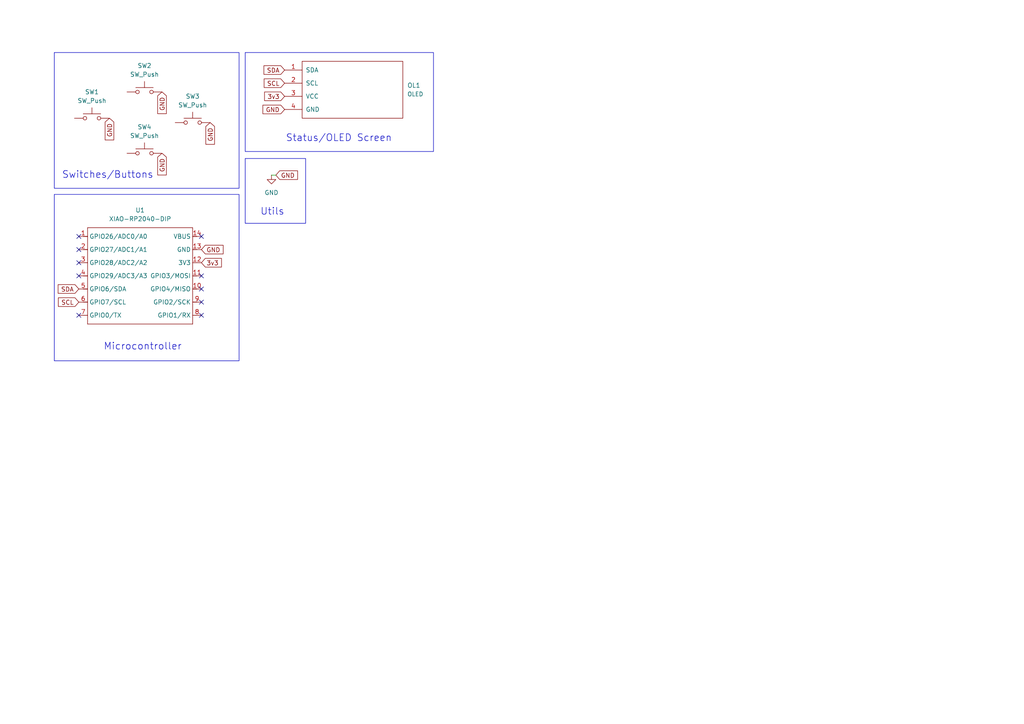
<source format=kicad_sch>
(kicad_sch (version 20250114) (generator "eeschema") (generator_version "9.0")
  (paper "A4")
  (lib_symbols
    (symbol "Seeed_Studio_XIAO_Series:XIAO-RP2040-DIP"
      (property "Reference" "U" (at 0 0 0))
      (property "Value" "XIAO-RP2040-DIP" (at 5.334 -1.778 0))
      (symbol "XIAO-RP2040-DIP_1_0"
        (polyline (pts (xy -1.27 -2.54) (xy 29.21 -2.54)) (stroke (width 0.1524)))
        (polyline (pts (xy -1.27 -5.08) (xy -2.54 -5.08)) (stroke (width 0.1524)))
        (polyline (pts (xy -1.27 -5.08) (xy -1.27 -2.54)) (stroke (width 0.1524)))
        (polyline (pts (xy -1.27 -8.89) (xy -2.54 -8.89)) (stroke (width 0.1524)))
        (polyline (pts (xy -1.27 -8.89) (xy -1.27 -5.08)) (stroke (width 0.1524)))
        (polyline (pts (xy -1.27 -12.7) (xy -2.54 -12.7)) (stroke (width 0.1524)))
        (polyline (pts (xy -1.27 -12.7) (xy -1.27 -8.89)) (stroke (width 0.1524)))
        (polyline (pts (xy -1.27 -16.51) (xy -2.54 -16.51)) (stroke (width 0.1524)))
        (polyline (pts (xy -1.27 -16.51) (xy -1.27 -12.7)) (stroke (width 0.1524)))
        (polyline (pts (xy -1.27 -20.32) (xy -2.54 -20.32)) (stroke (width 0.1524)))
        (polyline (pts (xy -1.27 -24.13) (xy -2.54 -24.13)) (stroke (width 0.1524)))
        (polyline (pts (xy -1.27 -27.94) (xy -2.54 -27.94)) (stroke (width 0.1524)))
        (polyline (pts (xy -1.27 -30.48) (xy -1.27 -16.51)) (stroke (width 0.1524)))
        (polyline (pts (xy 29.21 -2.54) (xy 29.21 -5.08)) (stroke (width 0.1524)))
        (polyline (pts (xy 29.21 -5.08) (xy 29.21 -8.89)) (stroke (width 0.1524)))
        (polyline (pts (xy 29.21 -8.89) (xy 29.21 -12.7)) (stroke (width 0.1524)))
        (polyline (pts (xy 29.21 -12.7) (xy 29.21 -30.48)) (stroke (width 0.1524)))
        (polyline (pts (xy 29.21 -30.48) (xy -1.27 -30.48)) (stroke (width 0.1524)))
        (polyline (pts (xy 30.48 -5.08) (xy 29.21 -5.08)) (stroke (width 0.1524)))
        (polyline (pts (xy 30.48 -8.89) (xy 29.21 -8.89)) (stroke (width 0.1524)))
        (polyline (pts (xy 30.48 -12.7) (xy 29.21 -12.7)) (stroke (width 0.1524)))
        (polyline (pts (xy 30.48 -16.51) (xy 29.21 -16.51)) (stroke (width 0.1524)))
        (polyline (pts (xy 30.48 -20.32) (xy 29.21 -20.32)) (stroke (width 0.1524)))
        (polyline (pts (xy 30.48 -24.13) (xy 29.21 -24.13)) (stroke (width 0.1524)))
        (polyline (pts (xy 30.48 -27.94) (xy 29.21 -27.94)) (stroke (width 0.1524)))
        (pin passive line (at -3.81 -5.08 0) (length 2.54) (name "GPIO26/ADC0/A0") (number "1"))
        (pin passive line (at -3.81 -8.89 0) (length 2.54) (name "GPIO27/ADC1/A1") (number "2"))
        (pin passive line (at -3.81 -12.7 0) (length 2.54) (name "GPIO28/ADC2/A2") (number "3"))
        (pin passive line (at -3.81 -16.51 0) (length 2.54) (name "GPIO29/ADC3/A3") (number "4"))
        (pin passive line (at -3.81 -20.32 0) (length 2.54) (name "GPIO6/SDA") (number "5"))
        (pin passive line (at -3.81 -24.13 0) (length 2.54) (name "GPIO7/SCL") (number "6"))
        (pin passive line (at -3.81 -27.94 0) (length 2.54) (name "GPIO0/TX") (number "7"))
        (pin passive line (at 31.75 -5.08 180) (length 2.54) (name "VBUS") (number "14"))
        (pin passive line (at 31.75 -8.89 180) (length 2.54) (name "GND") (number "13"))
        (pin passive line (at 31.75 -12.7 180) (length 2.54) (name "3V3") (number "12"))
        (pin passive line (at 31.75 -16.51 180) (length 2.54) (name "GPIO3/MOSI") (number "11"))
        (pin passive line (at 31.75 -20.32 180) (length 2.54) (name "GPIO4/MISO") (number "10"))
        (pin passive line (at 31.75 -24.13 180) (length 2.54) (name "GPIO2/SCK") (number "9"))
        (pin passive line (at 31.75 -27.94 180) (length 2.54) (name "GPIO1/RX") (number "8"))
      )
    )
    (symbol "Switch:SW_Push" (pin_numbers (hide yes)) (pin_names (offset 1.016) (hide yes))
      (property "Reference" "SW" (at 1.27 2.54 0))
      (property "Value" "SW_Push" (at 0 -1.524 0))
      (symbol "SW_Push_0_1"
        (circle (center -2.032 0) (radius 0.508))
        (polyline (pts (xy 0 1.27) (xy 0 3.048)))
        (circle (center 2.032 0) (radius 0.508))
        (polyline (pts (xy 2.54 1.27) (xy -2.54 1.27)))
        (pin passive line (at -5.08 0 0) (length 2.54) (name "1") (number "1"))
        (pin passive line (at 5.08 0 180) (length 2.54) (name "2") (number "2"))
      )
    )
    (symbol "kbd:OLED" (pin_names (offset 1.016))
      (property "Reference" "OL" (at 0 2.54 0))
      (property "Value" "OLED" (at 0 -1.27 0))
      (symbol "OLED_0_1"
        (rectangle (start -13.97 8.89) (end 15.24 -7.62))
      )
      (symbol "OLED_1_1"
        (pin bidirectional line (at -19.05 6.35 0) (length 5.08) (name "SDA") (number "1"))
        (pin bidirectional line (at -19.05 2.54 0) (length 5.08) (name "SCL") (number "2"))
        (pin power_in line (at -19.05 -1.27 0) (length 5.08) (name "VCC") (number "3"))
        (pin power_in line (at -19.05 -5.08 0) (length 5.08) (name "GND") (number "4"))
      )
    )
    (symbol "power:GND" (power) (pin_numbers (hide yes)) (pin_names (offset 0) (hide yes))
      (property "Value" "GND" (at 0 -3.81 0))
      (symbol "GND_0_1"
        (polyline (pts (xy 0 0) (xy 0 -1.27) (xy 1.27 -1.27) (xy 0 -2.54) (xy -1.27 -1.27) (xy 0 -1.27)))
      )
      (symbol "GND_1_1"
        (pin power_in line (at 0 0 270) (length 0) (name "~") (number "1"))
      )
    )
  )
  (rectangle (start 71.12 15.24) (end 125.73 43.942))
  (rectangle (start 15.748 15.24) (end 69.342 54.61))
  (rectangle (start 71.12 45.974) (end 88.646 64.77))
  (rectangle (start 15.748 56.388) (end 69.342 104.648))
  (text "Switches/Buttons" (at 31.242 50.8 0) (effects (font (size 2 2))))
  (text "Utils" (at 78.994 61.468 0) (effects (font (size 2 2))))
  (text "Status/OLED Screen" (at 98.298 40.132 0) (effects (font (size 2 2))))
  (text "Microcontroller" (at 41.402 100.584 0) (effects (font (size 2 2))))
  (no_connect (at 22.86 91.44))
  (no_connect (at 22.86 80.01))
  (no_connect (at 58.42 68.58))
  (no_connect (at 22.86 72.39))
  (no_connect (at 58.42 80.01))
  (no_connect (at 22.86 76.2))
  (no_connect (at 58.42 83.82))
  (no_connect (at 22.86 68.58))
  (no_connect (at 58.42 91.44))
  (no_connect (at 58.42 87.63))
  (wire (pts (xy 80.01 50.8) (xy 78.74 50.8)))
  (global_label "GND" (shape input) (at 80.01 50.8 0) (property "Intersheetrefs" "${INTERSHEET_REFS}" (effects (hide yes))))
  (global_label "GND" (shape input) (at 31.75 34.29 270) (property "Intersheetrefs" "${INTERSHEET_REFS}" (effects (hide yes))))
  (global_label "GND" (shape input) (at 58.42 72.39 0) (property "Intersheetrefs" "${INTERSHEET_REFS}" (effects (hide yes))))
  (global_label "GND" (shape input) (at 46.99 26.67 270) (property "Intersheetrefs" "${INTERSHEET_REFS}" (effects (hide yes))))
  (global_label "GND" (shape input) (at 60.96 35.56 270) (property "Intersheetrefs" "${INTERSHEET_REFS}" (effects (hide yes))))
  (global_label "3v3" (shape input) (at 82.55 27.94 180) (property "Intersheetrefs" "${INTERSHEET_REFS}" (effects (hide yes))))
  (global_label "GND" (shape input) (at 82.55 31.75 180) (property "Intersheetrefs" "${INTERSHEET_REFS}" (effects (hide yes))))
  (global_label "SCL" (shape input) (at 82.55 24.13 180) (property "Intersheetrefs" "${INTERSHEET_REFS}" (effects (hide yes))))
  (global_label "SDA" (shape input) (at 22.86 83.82 180) (property "Intersheetrefs" "${INTERSHEET_REFS}" (effects (hide yes))))
  (global_label "SDA" (shape input) (at 82.55 20.32 180) (property "Intersheetrefs" "${INTERSHEET_REFS}" (effects (hide yes))))
  (global_label "3v3" (shape input) (at 58.42 76.2 0) (property "Intersheetrefs" "${INTERSHEET_REFS}" (effects (hide yes))))
  (global_label "SCL" (shape input) (at 22.86 87.63 180) (property "Intersheetrefs" "${INTERSHEET_REFS}" (effects (hide yes))))
  (global_label "GND" (shape input) (at 46.99 44.45 270) (property "Intersheetrefs" "${INTERSHEET_REFS}" (effects (hide yes))))
  (symbol (lib_id "Switch:SW_Push") (at 41.91 44.45 0) (unit 1)
    (property "Reference" "SW4" (at 41.91 36.83 0))
    (property "Value" "SW_Push" (at 41.91 39.37 0))
    (property "Description" "Push button switch, generic, two pins" (effects (hide yes)))
  )
  (symbol (lib_id "Seeed_Studio_XIAO_Series:XIAO-RP2040-DIP") (at 26.67 63.5 0) (unit 1)
    (property "Reference" "U1" (at 40.64 60.96 0))
    (property "Value" "XIAO-RP2040-DIP" (at 40.64 63.5 0))
    (property "Footprint" "Module:MOUDLE14P-XIAO-DIP-SMD" (effects (hide yes)))
  )
  (symbol (lib_id "power:GND") (at 78.74 50.8 0) (unit 1)
    (property "Reference" "#PWR01" (effects (hide yes)))
    (property "Value" "GND" (at 78.74 55.88 0))
    (property "Description" "Power symbol creates a global label with name \"GND\" , ground" (effects (hide yes)))
  )
  (symbol (lib_id "Switch:SW_Push") (at 41.91 26.67 0) (unit 1)
    (property "Reference" "SW2" (at 41.91 19.05 0))
    (property "Value" "SW_Push" (at 41.91 21.59 0))
    (property "Description" "Push button switch, generic, two pins" (effects (hide yes)))
  )
  (symbol (lib_id "Switch:SW_Push") (at 26.67 34.29 0) (unit 1)
    (property "Reference" "SW1" (at 26.67 26.67 0))
    (property "Value" "SW_Push" (at 26.67 29.21 0))
    (property "Description" "Push button switch, generic, two pins" (effects (hide yes)))
  )
  (symbol (lib_id "Switch:SW_Push") (at 55.88 35.56 0) (unit 1)
    (property "Reference" "SW3" (at 55.88 27.94 0))
    (property "Value" "SW_Push" (at 55.88 30.48 0))
    (property "Description" "Push button switch, generic, two pins" (effects (hide yes)))
  )
  (symbol (lib_id "kbd:OLED") (at 101.6 26.67 0) (unit 1)
    (property "Reference" "OL1" (at 118.11 24.765 0) (effects (font (size 1.2954 1.2954)) (justify left)))
    (property "Value" "OLED" (at 118.11 27.305 0) (effects (font (size 1.1938 1.1938)) (justify left)))
  )
)
</source>
